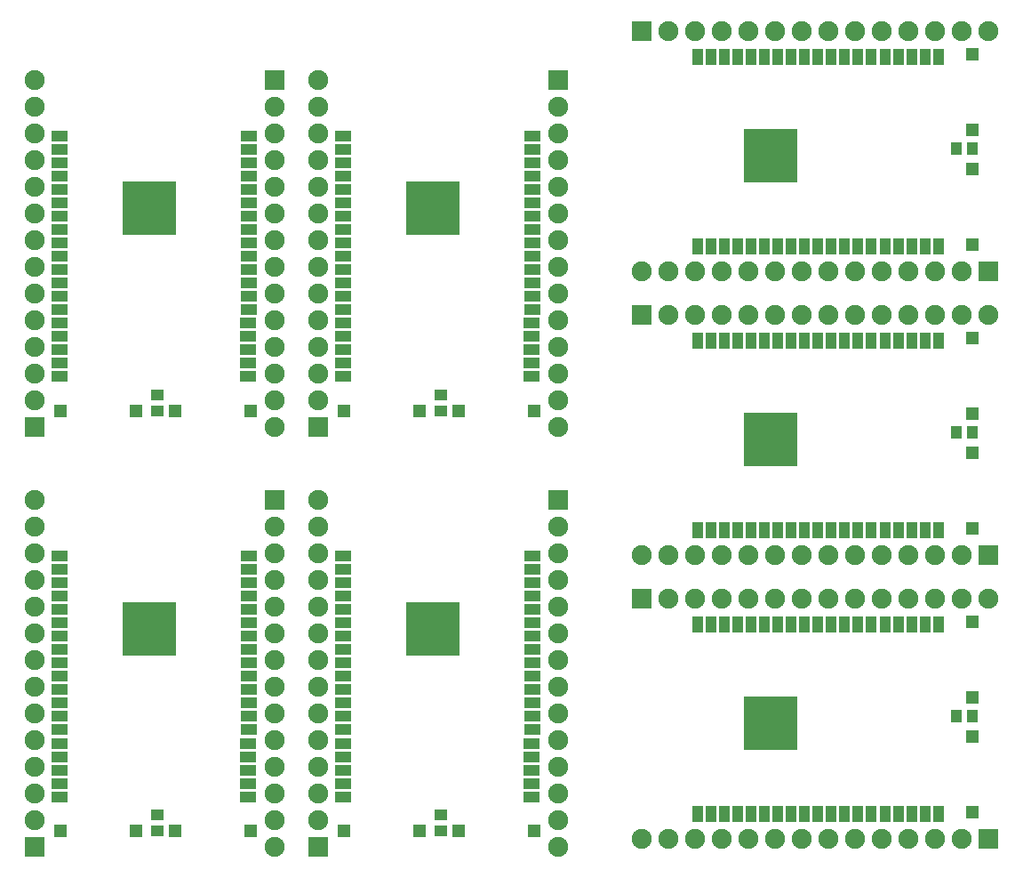
<source format=gts>
G04 #@! TF.GenerationSoftware,KiCad,Pcbnew,no-vcs-found-91ed3e2~59~ubuntu16.04.1*
G04 #@! TF.CreationDate,2018-01-11T15:10:50+01:00*
G04 #@! TF.ProjectId,ESP32-wroover-adapter-pan,45535033322D77726F6F7665722D6164,rev?*
G04 #@! TF.SameCoordinates,Original*
G04 #@! TF.FileFunction,Soldermask,Top*
G04 #@! TF.FilePolarity,Negative*
%FSLAX46Y46*%
G04 Gerber Fmt 4.6, Leading zero omitted, Abs format (unit mm)*
G04 Created by KiCad (PCBNEW no-vcs-found-91ed3e2~59~ubuntu16.04.1) date Thu Jan 11 15:10:50 2018*
%MOMM*%
%LPD*%
G01*
G04 APERTURE LIST*
%ADD10C,1.000000*%
%ADD11R,1.100000X1.550000*%
%ADD12R,5.200000X5.200000*%
%ADD13R,1.200760X1.200760*%
%ADD14R,1.099160X1.200760*%
%ADD15R,1.900000X1.900000*%
%ADD16O,1.900000X1.900000*%
%ADD17R,1.550000X1.100000*%
%ADD18R,1.200760X1.099160*%
G04 APERTURE END LIST*
D10*
X122076000Y-78561000D03*
X123076000Y-78561000D03*
X124076000Y-78561000D03*
X125076000Y-78561000D03*
X126076000Y-78561000D03*
X122076000Y-80561000D03*
X123076000Y-80561000D03*
X124076000Y-80561000D03*
X125076000Y-80561000D03*
X126076000Y-80561000D03*
X126076000Y-79561000D03*
X125076000Y-79561000D03*
X124076000Y-79561000D03*
X123076000Y-79561000D03*
X122076000Y-79561000D03*
X122076000Y-81561000D03*
X123076000Y-81561000D03*
X124076000Y-81561000D03*
X125076000Y-81561000D03*
X126076000Y-81561000D03*
X126076000Y-82561000D03*
X125076000Y-82561000D03*
X124076000Y-82561000D03*
X123076000Y-82561000D03*
D11*
X117166000Y-71131000D03*
X118436000Y-71131000D03*
X119706000Y-71131000D03*
X120976000Y-71131000D03*
X122246000Y-71131000D03*
X123516000Y-71131000D03*
X124786000Y-71131000D03*
X126056000Y-71131000D03*
X127326000Y-71131000D03*
X128596000Y-71131000D03*
X129866000Y-71131000D03*
X131136000Y-71131000D03*
X132406000Y-71131000D03*
X133676000Y-71131000D03*
X134976000Y-71161000D03*
X136246000Y-71161000D03*
X137516000Y-71161000D03*
X138786000Y-71161000D03*
X140056000Y-71161000D03*
X140056000Y-89161000D03*
X138786000Y-89161000D03*
X137516000Y-89161000D03*
X136246000Y-89161000D03*
X134976000Y-89161000D03*
X133676000Y-89161000D03*
X132406000Y-89161000D03*
X131136000Y-89161000D03*
X129866000Y-89161000D03*
X128596000Y-89161000D03*
X127326000Y-89161000D03*
X126056000Y-89161000D03*
X124786000Y-89161000D03*
X123516000Y-89161000D03*
X122246000Y-89161000D03*
X120976000Y-89161000D03*
X119706000Y-89161000D03*
X118436000Y-89161000D03*
X117166000Y-89161000D03*
D12*
X124086000Y-80561000D03*
D10*
X122076000Y-82561000D03*
D13*
X143334000Y-81846820D03*
X143334000Y-89045180D03*
X143334000Y-70924820D03*
X143334000Y-78123180D03*
D14*
X141820160Y-79858000D03*
X143323840Y-79858000D03*
D15*
X144858000Y-91542000D03*
D16*
X142318000Y-91542000D03*
X139778000Y-91542000D03*
X137238000Y-91542000D03*
X134698000Y-91542000D03*
X132158000Y-91542000D03*
X129618000Y-91542000D03*
X127078000Y-91542000D03*
X124538000Y-91542000D03*
X121998000Y-91542000D03*
X119458000Y-91542000D03*
X116918000Y-91542000D03*
X114378000Y-91542000D03*
X111838000Y-91542000D03*
X144858000Y-68682000D03*
X142318000Y-68682000D03*
X139778000Y-68682000D03*
X137238000Y-68682000D03*
X134698000Y-68682000D03*
X132158000Y-68682000D03*
X129618000Y-68682000D03*
X127078000Y-68682000D03*
X124538000Y-68682000D03*
X121998000Y-68682000D03*
X119458000Y-68682000D03*
X116918000Y-68682000D03*
X114378000Y-68682000D03*
D15*
X111838000Y-68682000D03*
X111838000Y-95682000D03*
D16*
X114378000Y-95682000D03*
X116918000Y-95682000D03*
X119458000Y-95682000D03*
X121998000Y-95682000D03*
X124538000Y-95682000D03*
X127078000Y-95682000D03*
X129618000Y-95682000D03*
X132158000Y-95682000D03*
X134698000Y-95682000D03*
X137238000Y-95682000D03*
X139778000Y-95682000D03*
X142318000Y-95682000D03*
X144858000Y-95682000D03*
X111838000Y-118542000D03*
X114378000Y-118542000D03*
X116918000Y-118542000D03*
X119458000Y-118542000D03*
X121998000Y-118542000D03*
X124538000Y-118542000D03*
X127078000Y-118542000D03*
X129618000Y-118542000D03*
X132158000Y-118542000D03*
X134698000Y-118542000D03*
X137238000Y-118542000D03*
X139778000Y-118542000D03*
X142318000Y-118542000D03*
D15*
X144858000Y-118542000D03*
D14*
X143323840Y-106858000D03*
X141820160Y-106858000D03*
D13*
X143334000Y-105123180D03*
X143334000Y-97924820D03*
X143334000Y-116045180D03*
X143334000Y-108846820D03*
D10*
X122076000Y-109561000D03*
D12*
X124086000Y-107561000D03*
D11*
X117166000Y-116161000D03*
X118436000Y-116161000D03*
X119706000Y-116161000D03*
X120976000Y-116161000D03*
X122246000Y-116161000D03*
X123516000Y-116161000D03*
X124786000Y-116161000D03*
X126056000Y-116161000D03*
X127326000Y-116161000D03*
X128596000Y-116161000D03*
X129866000Y-116161000D03*
X131136000Y-116161000D03*
X132406000Y-116161000D03*
X133676000Y-116161000D03*
X134976000Y-116161000D03*
X136246000Y-116161000D03*
X137516000Y-116161000D03*
X138786000Y-116161000D03*
X140056000Y-116161000D03*
X140056000Y-98161000D03*
X138786000Y-98161000D03*
X137516000Y-98161000D03*
X136246000Y-98161000D03*
X134976000Y-98161000D03*
X133676000Y-98131000D03*
X132406000Y-98131000D03*
X131136000Y-98131000D03*
X129866000Y-98131000D03*
X128596000Y-98131000D03*
X127326000Y-98131000D03*
X126056000Y-98131000D03*
X124786000Y-98131000D03*
X123516000Y-98131000D03*
X122246000Y-98131000D03*
X120976000Y-98131000D03*
X119706000Y-98131000D03*
X118436000Y-98131000D03*
X117166000Y-98131000D03*
D10*
X123076000Y-109561000D03*
X124076000Y-109561000D03*
X125076000Y-109561000D03*
X126076000Y-109561000D03*
X126076000Y-108561000D03*
X125076000Y-108561000D03*
X124076000Y-108561000D03*
X123076000Y-108561000D03*
X122076000Y-108561000D03*
X122076000Y-106561000D03*
X123076000Y-106561000D03*
X124076000Y-106561000D03*
X125076000Y-106561000D03*
X126076000Y-106561000D03*
X126076000Y-107561000D03*
X125076000Y-107561000D03*
X124076000Y-107561000D03*
X123076000Y-107561000D03*
X122076000Y-107561000D03*
X126076000Y-105561000D03*
X125076000Y-105561000D03*
X124076000Y-105561000D03*
X123076000Y-105561000D03*
X122076000Y-105561000D03*
X122076000Y-132561000D03*
X123076000Y-132561000D03*
X124076000Y-132561000D03*
X125076000Y-132561000D03*
X126076000Y-132561000D03*
X122076000Y-134561000D03*
X123076000Y-134561000D03*
X124076000Y-134561000D03*
X125076000Y-134561000D03*
X126076000Y-134561000D03*
X126076000Y-133561000D03*
X125076000Y-133561000D03*
X124076000Y-133561000D03*
X123076000Y-133561000D03*
X122076000Y-133561000D03*
X122076000Y-135561000D03*
X123076000Y-135561000D03*
X124076000Y-135561000D03*
X125076000Y-135561000D03*
X126076000Y-135561000D03*
X126076000Y-136561000D03*
X125076000Y-136561000D03*
X124076000Y-136561000D03*
X123076000Y-136561000D03*
D11*
X117166000Y-125131000D03*
X118436000Y-125131000D03*
X119706000Y-125131000D03*
X120976000Y-125131000D03*
X122246000Y-125131000D03*
X123516000Y-125131000D03*
X124786000Y-125131000D03*
X126056000Y-125131000D03*
X127326000Y-125131000D03*
X128596000Y-125131000D03*
X129866000Y-125131000D03*
X131136000Y-125131000D03*
X132406000Y-125131000D03*
X133676000Y-125131000D03*
X134976000Y-125161000D03*
X136246000Y-125161000D03*
X137516000Y-125161000D03*
X138786000Y-125161000D03*
X140056000Y-125161000D03*
X140056000Y-143161000D03*
X138786000Y-143161000D03*
X137516000Y-143161000D03*
X136246000Y-143161000D03*
X134976000Y-143161000D03*
X133676000Y-143161000D03*
X132406000Y-143161000D03*
X131136000Y-143161000D03*
X129866000Y-143161000D03*
X128596000Y-143161000D03*
X127326000Y-143161000D03*
X126056000Y-143161000D03*
X124786000Y-143161000D03*
X123516000Y-143161000D03*
X122246000Y-143161000D03*
X120976000Y-143161000D03*
X119706000Y-143161000D03*
X118436000Y-143161000D03*
X117166000Y-143161000D03*
D12*
X124086000Y-134561000D03*
D10*
X122076000Y-136561000D03*
D13*
X143334000Y-135846820D03*
X143334000Y-143045180D03*
X143334000Y-124924820D03*
X143334000Y-132123180D03*
D14*
X141820160Y-133858000D03*
X143323840Y-133858000D03*
D15*
X144858000Y-145542000D03*
D16*
X142318000Y-145542000D03*
X139778000Y-145542000D03*
X137238000Y-145542000D03*
X134698000Y-145542000D03*
X132158000Y-145542000D03*
X129618000Y-145542000D03*
X127078000Y-145542000D03*
X124538000Y-145542000D03*
X121998000Y-145542000D03*
X119458000Y-145542000D03*
X116918000Y-145542000D03*
X114378000Y-145542000D03*
X111838000Y-145542000D03*
X144858000Y-122682000D03*
X142318000Y-122682000D03*
X139778000Y-122682000D03*
X137238000Y-122682000D03*
X134698000Y-122682000D03*
X132158000Y-122682000D03*
X129618000Y-122682000D03*
X127078000Y-122682000D03*
X124538000Y-122682000D03*
X121998000Y-122682000D03*
X119458000Y-122682000D03*
X116918000Y-122682000D03*
X114378000Y-122682000D03*
D15*
X111838000Y-122682000D03*
D10*
X66939000Y-83576000D03*
X66939000Y-84576000D03*
X66939000Y-85576000D03*
X66939000Y-86576000D03*
X66939000Y-87576000D03*
X64939000Y-83576000D03*
X64939000Y-84576000D03*
X64939000Y-85576000D03*
X64939000Y-86576000D03*
X64939000Y-87576000D03*
X65939000Y-87576000D03*
X65939000Y-86576000D03*
X65939000Y-85576000D03*
X65939000Y-84576000D03*
X65939000Y-83576000D03*
X63939000Y-83576000D03*
X63939000Y-84576000D03*
X63939000Y-85576000D03*
X63939000Y-86576000D03*
X63939000Y-87576000D03*
X62939000Y-87576000D03*
X62939000Y-86576000D03*
X62939000Y-85576000D03*
X62939000Y-84576000D03*
D17*
X74369000Y-78666000D03*
X74369000Y-79936000D03*
X74369000Y-81206000D03*
X74369000Y-82476000D03*
X74369000Y-83746000D03*
X74369000Y-85016000D03*
X74369000Y-86286000D03*
X74369000Y-87556000D03*
X74369000Y-88826000D03*
X74369000Y-90096000D03*
X74369000Y-91366000D03*
X74369000Y-92636000D03*
X74369000Y-93906000D03*
X74369000Y-95176000D03*
X74339000Y-96476000D03*
X74339000Y-97746000D03*
X74339000Y-99016000D03*
X74339000Y-100286000D03*
X74339000Y-101556000D03*
X56339000Y-101556000D03*
X56339000Y-100286000D03*
X56339000Y-99016000D03*
X56339000Y-97746000D03*
X56339000Y-96476000D03*
X56339000Y-95176000D03*
X56339000Y-93906000D03*
X56339000Y-92636000D03*
X56339000Y-91366000D03*
X56339000Y-90096000D03*
X56339000Y-88826000D03*
X56339000Y-87556000D03*
X56339000Y-86286000D03*
X56339000Y-85016000D03*
X56339000Y-83746000D03*
X56339000Y-82476000D03*
X56339000Y-81206000D03*
X56339000Y-79936000D03*
X56339000Y-78666000D03*
D12*
X64939000Y-85586000D03*
D10*
X62939000Y-83576000D03*
D13*
X63653180Y-104834000D03*
X56454820Y-104834000D03*
X74575180Y-104834000D03*
X67376820Y-104834000D03*
D18*
X65642000Y-103320160D03*
X65642000Y-104823840D03*
D15*
X53958000Y-106358000D03*
D16*
X53958000Y-103818000D03*
X53958000Y-101278000D03*
X53958000Y-98738000D03*
X53958000Y-96198000D03*
X53958000Y-93658000D03*
X53958000Y-91118000D03*
X53958000Y-88578000D03*
X53958000Y-86038000D03*
X53958000Y-83498000D03*
X53958000Y-80958000D03*
X53958000Y-78418000D03*
X53958000Y-75878000D03*
X53958000Y-73338000D03*
X76818000Y-106358000D03*
X76818000Y-103818000D03*
X76818000Y-101278000D03*
X76818000Y-98738000D03*
X76818000Y-96198000D03*
X76818000Y-93658000D03*
X76818000Y-91118000D03*
X76818000Y-88578000D03*
X76818000Y-86038000D03*
X76818000Y-83498000D03*
X76818000Y-80958000D03*
X76818000Y-78418000D03*
X76818000Y-75878000D03*
D15*
X76818000Y-73338000D03*
X103818000Y-73338000D03*
D16*
X103818000Y-75878000D03*
X103818000Y-78418000D03*
X103818000Y-80958000D03*
X103818000Y-83498000D03*
X103818000Y-86038000D03*
X103818000Y-88578000D03*
X103818000Y-91118000D03*
X103818000Y-93658000D03*
X103818000Y-96198000D03*
X103818000Y-98738000D03*
X103818000Y-101278000D03*
X103818000Y-103818000D03*
X103818000Y-106358000D03*
X80958000Y-73338000D03*
X80958000Y-75878000D03*
X80958000Y-78418000D03*
X80958000Y-80958000D03*
X80958000Y-83498000D03*
X80958000Y-86038000D03*
X80958000Y-88578000D03*
X80958000Y-91118000D03*
X80958000Y-93658000D03*
X80958000Y-96198000D03*
X80958000Y-98738000D03*
X80958000Y-101278000D03*
X80958000Y-103818000D03*
D15*
X80958000Y-106358000D03*
D18*
X92642000Y-104823840D03*
X92642000Y-103320160D03*
D13*
X94376820Y-104834000D03*
X101575180Y-104834000D03*
X83454820Y-104834000D03*
X90653180Y-104834000D03*
D10*
X89939000Y-83576000D03*
D12*
X91939000Y-85586000D03*
D17*
X83339000Y-78666000D03*
X83339000Y-79936000D03*
X83339000Y-81206000D03*
X83339000Y-82476000D03*
X83339000Y-83746000D03*
X83339000Y-85016000D03*
X83339000Y-86286000D03*
X83339000Y-87556000D03*
X83339000Y-88826000D03*
X83339000Y-90096000D03*
X83339000Y-91366000D03*
X83339000Y-92636000D03*
X83339000Y-93906000D03*
X83339000Y-95176000D03*
X83339000Y-96476000D03*
X83339000Y-97746000D03*
X83339000Y-99016000D03*
X83339000Y-100286000D03*
X83339000Y-101556000D03*
X101339000Y-101556000D03*
X101339000Y-100286000D03*
X101339000Y-99016000D03*
X101339000Y-97746000D03*
X101339000Y-96476000D03*
X101369000Y-95176000D03*
X101369000Y-93906000D03*
X101369000Y-92636000D03*
X101369000Y-91366000D03*
X101369000Y-90096000D03*
X101369000Y-88826000D03*
X101369000Y-87556000D03*
X101369000Y-86286000D03*
X101369000Y-85016000D03*
X101369000Y-83746000D03*
X101369000Y-82476000D03*
X101369000Y-81206000D03*
X101369000Y-79936000D03*
X101369000Y-78666000D03*
D10*
X89939000Y-84576000D03*
X89939000Y-85576000D03*
X89939000Y-86576000D03*
X89939000Y-87576000D03*
X90939000Y-87576000D03*
X90939000Y-86576000D03*
X90939000Y-85576000D03*
X90939000Y-84576000D03*
X90939000Y-83576000D03*
X92939000Y-83576000D03*
X92939000Y-84576000D03*
X92939000Y-85576000D03*
X92939000Y-86576000D03*
X92939000Y-87576000D03*
X91939000Y-87576000D03*
X91939000Y-86576000D03*
X91939000Y-85576000D03*
X91939000Y-84576000D03*
X91939000Y-83576000D03*
X93939000Y-87576000D03*
X93939000Y-86576000D03*
X93939000Y-85576000D03*
X93939000Y-84576000D03*
X93939000Y-83576000D03*
X66939000Y-123576000D03*
X66939000Y-124576000D03*
X66939000Y-125576000D03*
X66939000Y-126576000D03*
X66939000Y-127576000D03*
X64939000Y-123576000D03*
X64939000Y-124576000D03*
X64939000Y-125576000D03*
X64939000Y-126576000D03*
X64939000Y-127576000D03*
X65939000Y-127576000D03*
X65939000Y-126576000D03*
X65939000Y-125576000D03*
X65939000Y-124576000D03*
X65939000Y-123576000D03*
X63939000Y-123576000D03*
X63939000Y-124576000D03*
X63939000Y-125576000D03*
X63939000Y-126576000D03*
X63939000Y-127576000D03*
X62939000Y-127576000D03*
X62939000Y-126576000D03*
X62939000Y-125576000D03*
X62939000Y-124576000D03*
D17*
X74369000Y-118666000D03*
X74369000Y-119936000D03*
X74369000Y-121206000D03*
X74369000Y-122476000D03*
X74369000Y-123746000D03*
X74369000Y-125016000D03*
X74369000Y-126286000D03*
X74369000Y-127556000D03*
X74369000Y-128826000D03*
X74369000Y-130096000D03*
X74369000Y-131366000D03*
X74369000Y-132636000D03*
X74369000Y-133906000D03*
X74369000Y-135176000D03*
X74339000Y-136476000D03*
X74339000Y-137746000D03*
X74339000Y-139016000D03*
X74339000Y-140286000D03*
X74339000Y-141556000D03*
X56339000Y-141556000D03*
X56339000Y-140286000D03*
X56339000Y-139016000D03*
X56339000Y-137746000D03*
X56339000Y-136476000D03*
X56339000Y-135176000D03*
X56339000Y-133906000D03*
X56339000Y-132636000D03*
X56339000Y-131366000D03*
X56339000Y-130096000D03*
X56339000Y-128826000D03*
X56339000Y-127556000D03*
X56339000Y-126286000D03*
X56339000Y-125016000D03*
X56339000Y-123746000D03*
X56339000Y-122476000D03*
X56339000Y-121206000D03*
X56339000Y-119936000D03*
X56339000Y-118666000D03*
D12*
X64939000Y-125586000D03*
D10*
X62939000Y-123576000D03*
D13*
X63653180Y-144834000D03*
X56454820Y-144834000D03*
X74575180Y-144834000D03*
X67376820Y-144834000D03*
D18*
X65642000Y-143320160D03*
X65642000Y-144823840D03*
D15*
X53958000Y-146358000D03*
D16*
X53958000Y-143818000D03*
X53958000Y-141278000D03*
X53958000Y-138738000D03*
X53958000Y-136198000D03*
X53958000Y-133658000D03*
X53958000Y-131118000D03*
X53958000Y-128578000D03*
X53958000Y-126038000D03*
X53958000Y-123498000D03*
X53958000Y-120958000D03*
X53958000Y-118418000D03*
X53958000Y-115878000D03*
X53958000Y-113338000D03*
X76818000Y-146358000D03*
X76818000Y-143818000D03*
X76818000Y-141278000D03*
X76818000Y-138738000D03*
X76818000Y-136198000D03*
X76818000Y-133658000D03*
X76818000Y-131118000D03*
X76818000Y-128578000D03*
X76818000Y-126038000D03*
X76818000Y-123498000D03*
X76818000Y-120958000D03*
X76818000Y-118418000D03*
X76818000Y-115878000D03*
D15*
X76818000Y-113338000D03*
X103818000Y-113338000D03*
D16*
X103818000Y-115878000D03*
X103818000Y-118418000D03*
X103818000Y-120958000D03*
X103818000Y-123498000D03*
X103818000Y-126038000D03*
X103818000Y-128578000D03*
X103818000Y-131118000D03*
X103818000Y-133658000D03*
X103818000Y-136198000D03*
X103818000Y-138738000D03*
X103818000Y-141278000D03*
X103818000Y-143818000D03*
X103818000Y-146358000D03*
X80958000Y-113338000D03*
X80958000Y-115878000D03*
X80958000Y-118418000D03*
X80958000Y-120958000D03*
X80958000Y-123498000D03*
X80958000Y-126038000D03*
X80958000Y-128578000D03*
X80958000Y-131118000D03*
X80958000Y-133658000D03*
X80958000Y-136198000D03*
X80958000Y-138738000D03*
X80958000Y-141278000D03*
X80958000Y-143818000D03*
D15*
X80958000Y-146358000D03*
D18*
X92642000Y-144823840D03*
X92642000Y-143320160D03*
D13*
X94376820Y-144834000D03*
X101575180Y-144834000D03*
X83454820Y-144834000D03*
X90653180Y-144834000D03*
D10*
X89939000Y-123576000D03*
D12*
X91939000Y-125586000D03*
D17*
X83339000Y-118666000D03*
X83339000Y-119936000D03*
X83339000Y-121206000D03*
X83339000Y-122476000D03*
X83339000Y-123746000D03*
X83339000Y-125016000D03*
X83339000Y-126286000D03*
X83339000Y-127556000D03*
X83339000Y-128826000D03*
X83339000Y-130096000D03*
X83339000Y-131366000D03*
X83339000Y-132636000D03*
X83339000Y-133906000D03*
X83339000Y-135176000D03*
X83339000Y-136476000D03*
X83339000Y-137746000D03*
X83339000Y-139016000D03*
X83339000Y-140286000D03*
X83339000Y-141556000D03*
X101339000Y-141556000D03*
X101339000Y-140286000D03*
X101339000Y-139016000D03*
X101339000Y-137746000D03*
X101339000Y-136476000D03*
X101369000Y-135176000D03*
X101369000Y-133906000D03*
X101369000Y-132636000D03*
X101369000Y-131366000D03*
X101369000Y-130096000D03*
X101369000Y-128826000D03*
X101369000Y-127556000D03*
X101369000Y-126286000D03*
X101369000Y-125016000D03*
X101369000Y-123746000D03*
X101369000Y-122476000D03*
X101369000Y-121206000D03*
X101369000Y-119936000D03*
X101369000Y-118666000D03*
D10*
X89939000Y-124576000D03*
X89939000Y-125576000D03*
X89939000Y-126576000D03*
X89939000Y-127576000D03*
X90939000Y-127576000D03*
X90939000Y-126576000D03*
X90939000Y-125576000D03*
X90939000Y-124576000D03*
X90939000Y-123576000D03*
X92939000Y-123576000D03*
X92939000Y-124576000D03*
X92939000Y-125576000D03*
X92939000Y-126576000D03*
X92939000Y-127576000D03*
X91939000Y-127576000D03*
X91939000Y-126576000D03*
X91939000Y-125576000D03*
X91939000Y-124576000D03*
X91939000Y-123576000D03*
X93939000Y-127576000D03*
X93939000Y-126576000D03*
X93939000Y-125576000D03*
X93939000Y-124576000D03*
X93939000Y-123576000D03*
M02*

</source>
